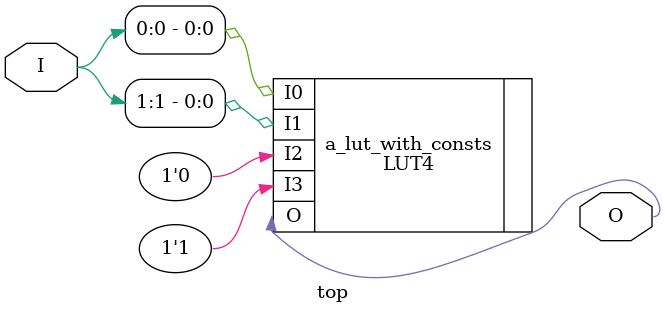
<source format=v>
module top(
  input  wire [1:0] I,
  output wire O
);

  LUT4 #(.INIT(0)) a_lut_with_consts (
    .I0(I[0]),
    .I1(I[1]),
    .I2(1'b0),
    .I3(1'b1),
    .O(O)
  );

endmodule

</source>
